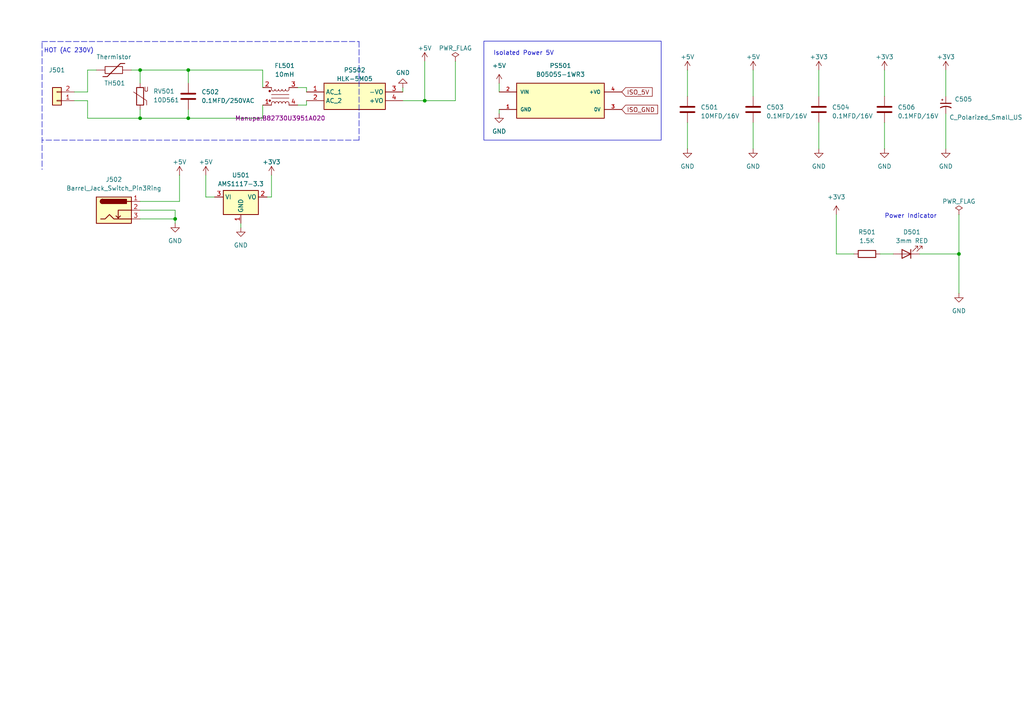
<source format=kicad_sch>
(kicad_sch (version 20231120) (generator "eeschema") (generator_version "8.0")
  (paper "A4")
  (lib_symbols
    (symbol "B0505S-1WR3:B0505S-1WR3" (pin_names (offset 1.016))
      (property "Reference" "PS" (at -12.7 6.35 0))
      (property "Value" "B0505S-1WR3" (at -12.7 -7.62 0))
      (symbol "B0505S-1WR3_0_0"
        (rectangle (start -12.7 -5.08) (end 12.7 5.08) (stroke (width 0.254)) (fill (type background)))
        (pin power_in line (at -17.78 -2.54 0) (length 5.08) (name "GND") (number "1"))
        (pin input line (at -17.78 2.54 0) (length 5.08) (name "VIN") (number "2"))
        (pin passive line (at 17.78 -2.54 180) (length 5.08) (name "0V") (number "3"))
        (pin output line (at 17.78 2.54 180) (length 5.08) (name "+VO") (number "4"))
      )
    )
    (symbol "Connector:Barrel_Jack_Switch_Pin3Ring" (pin_names hide)
      (property "Reference" "J" (at 0 5.334 0))
      (property "Value" "Barrel_Jack_Switch_Pin3Ring" (at 0 -5.08 0))
      (symbol "Barrel_Jack_Switch_Pin3Ring_0_1"
        (rectangle (start -5.08 3.81) (end 5.08 -3.81) (stroke (width 0.254)) (fill (type background)))
        (arc (start -3.302 3.175) (mid -3.9343 2.54) (end -3.302 1.905) (stroke (width 0.254)))
        (arc (start -3.302 3.175) (mid -3.9343 2.54) (end -3.302 1.905) (stroke (width 0.254)) (fill (type outline)))
        (polyline (pts (xy 1.27 -2.286) (xy 1.905 -1.651)) (stroke (width 0.254)))
        (polyline (pts (xy 5.08 2.54) (xy 3.81 2.54)) (stroke (width 0.254)))
        (polyline (pts (xy 5.08 0) (xy 1.27 0) (xy 1.27 -2.286) (xy 0.635 -1.651)) (stroke (width 0.254)))
        (polyline (pts (xy -3.81 -2.54) (xy -2.54 -2.54) (xy -1.27 -1.27) (xy 0 -2.54) (xy 2.54 -2.54) (xy 5.08 -2.54)) (stroke (width 0.254)))
        (rectangle (start 3.683 3.175) (end -3.302 1.905) (stroke (width 0.254)) (fill (type outline)))
      )
      (symbol "Barrel_Jack_Switch_Pin3Ring_1_1"
        (pin passive line (at 7.62 2.54 180) (length 2.54) (name "~") (number "1"))
        (pin passive line (at 7.62 0 180) (length 2.54) (name "~") (number "2"))
        (pin passive line (at 7.62 -2.54 180) (length 2.54) (name "~") (number "3"))
      )
    )
    (symbol "Connector_Generic:Conn_01x02" (pin_names (offset 1.016) hide)
      (property "Reference" "J" (at 0 2.54 0))
      (property "Value" "Conn_01x02" (at 0 -5.08 0))
      (symbol "Conn_01x02_1_1"
        (rectangle (start -1.27 -2.413) (end 0 -2.667) (stroke (width 0.1524)))
        (rectangle (start -1.27 0.127) (end 0 -0.127) (stroke (width 0.1524)))
        (rectangle (start -1.27 1.27) (end 1.27 -3.81) (stroke (width 0.254)) (fill (type background)))
        (pin passive line (at -5.08 0 0) (length 3.81) (name "Pin_1") (number "1"))
        (pin passive line (at -5.08 -2.54 0) (length 3.81) (name "Pin_2") (number "2"))
      )
    )
    (symbol "Device:C" (pin_numbers hide) (pin_names (offset 0.254))
      (property "Reference" "C" (at 0.635 2.54 0))
      (property "Value" "C" (at 0.635 -2.54 0))
      (symbol "C_0_1"
        (polyline (pts (xy -2.032 -0.762) (xy 2.032 -0.762)) (stroke (width 0.508)))
        (polyline (pts (xy -2.032 0.762) (xy 2.032 0.762)) (stroke (width 0.508)))
      )
      (symbol "C_1_1"
        (pin passive line (at 0 3.81 270) (length 2.794) (name "~") (number "1"))
        (pin passive line (at 0 -3.81 90) (length 2.794) (name "~") (number "2"))
      )
    )
    (symbol "Device:C_Polarized_Small_US" (pin_numbers hide) (pin_names (offset 0.254) hide)
      (property "Reference" "C" (at 0.254 1.778 0))
      (property "Value" "C_Polarized_Small_US" (at 0.254 -2.032 0))
      (symbol "C_Polarized_Small_US_0_1"
        (polyline (pts (xy -1.524 0.508) (xy 1.524 0.508)) (stroke (width 0.3048)))
        (polyline (pts (xy -1.27 1.524) (xy -0.762 1.524)))
        (polyline (pts (xy -1.016 1.27) (xy -1.016 1.778)))
        (arc (start 1.524 -0.762) (mid 0 -0.3734) (end -1.524 -0.762) (stroke (width 0.3048)))
      )
      (symbol "C_Polarized_Small_US_1_1"
        (pin passive line (at 0 2.54 270) (length 2.032) (name "~") (number "1"))
        (pin passive line (at 0 -2.54 90) (length 2.032) (name "~") (number "2"))
      )
    )
    (symbol "Device:Filter_EMI_LL_1423" (pin_names hide)
      (property "Reference" "FL" (at 0 4.445 0))
      (property "Value" "Filter_EMI_LL_1423" (at 0 -4.445 0))
      (symbol "Filter_EMI_LL_1423_0_1"
        (circle (center -3.048 -1.27) (radius 0.254) (fill (type outline)))
        (circle (center -3.048 1.524) (radius 0.254) (fill (type outline)))
        (arc (start -2.54 2.032) (mid -2.032 1.5262) (end -1.524 2.032))
        (arc (start -1.524 -2.032) (mid -2.032 -1.5262) (end -2.54 -2.032))
        (arc (start -1.524 2.032) (mid -1.016 1.5262) (end -0.508 2.032))
        (arc (start -0.508 -2.032) (mid -1.016 -1.5262) (end -1.524 -2.032))
        (arc (start -0.508 2.032) (mid 0 1.5262) (end 0.508 2.032))
        (polyline (pts (xy -2.54 -2.032) (xy -2.54 -2.54)))
        (polyline (pts (xy -2.54 0.508) (xy 2.54 0.508)))
        (polyline (pts (xy -2.54 2.032) (xy -2.54 2.54)))
        (polyline (pts (xy 2.54 -2.032) (xy 2.54 -2.54)))
        (polyline (pts (xy 2.54 -0.508) (xy -2.54 -0.508)))
        (polyline (pts (xy 2.54 2.54) (xy 2.54 2.032)))
        (arc (start 0.508 -2.032) (mid 0 -1.5262) (end -0.508 -2.032))
        (arc (start 0.508 2.032) (mid 1.016 1.5262) (end 1.524 2.032))
        (arc (start 1.524 -2.032) (mid 1.016 -1.5262) (end 0.508 -2.032))
        (arc (start 1.524 2.032) (mid 2.032 1.5262) (end 2.54 2.032))
        (arc (start 2.54 -2.032) (mid 2.032 -1.5262) (end 1.524 -2.032))
      )
      (symbol "Filter_EMI_LL_1423_1_1"
        (pin passive line (at -5.08 -2.54 0) (length 2.54) (name "1") (number "1"))
        (pin passive line (at -5.08 2.54 0) (length 2.54) (name "2") (number "2"))
        (pin passive line (at 5.08 2.54 180) (length 2.54) (name "3") (number "3"))
        (pin passive line (at 5.08 -2.54 180) (length 2.54) (name "4") (number "4"))
      )
    )
    (symbol "Device:LED" (pin_numbers hide) (pin_names (offset 1.016) hide)
      (property "Reference" "D" (at 0 2.54 0))
      (property "Value" "LED" (at 0 -2.54 0))
      (symbol "LED_0_1"
        (polyline (pts (xy -1.27 -1.27) (xy -1.27 1.27)) (stroke (width 0.254)))
        (polyline (pts (xy -1.27 0) (xy 1.27 0)))
        (polyline (pts (xy 1.27 -1.27) (xy 1.27 1.27) (xy -1.27 0) (xy 1.27 -1.27)) (stroke (width 0.254)))
        (polyline (pts (xy -3.048 -0.762) (xy -4.572 -2.286) (xy -3.81 -2.286) (xy -4.572 -2.286) (xy -4.572 -1.524)))
        (polyline (pts (xy -1.778 -0.762) (xy -3.302 -2.286) (xy -2.54 -2.286) (xy -3.302 -2.286) (xy -3.302 -1.524)))
      )
      (symbol "LED_1_1"
        (pin passive line (at -3.81 0 0) (length 2.54) (name "K") (number "1"))
        (pin passive line (at 3.81 0 180) (length 2.54) (name "A") (number "2"))
      )
    )
    (symbol "Device:R" (pin_numbers hide) (pin_names (offset 0))
      (property "Reference" "R" (at 2.032 0 90))
      (property "Value" "R" (at 0 0 90))
      (symbol "R_0_1"
        (rectangle (start -1.016 -2.54) (end 1.016 2.54) (stroke (width 0.254)))
      )
      (symbol "R_1_1"
        (pin passive line (at 0 3.81 270) (length 1.27) (name "~") (number "1"))
        (pin passive line (at 0 -3.81 90) (length 1.27) (name "~") (number "2"))
      )
    )
    (symbol "Device:Thermistor" (pin_numbers hide) (pin_names (offset 0))
      (property "Reference" "TH" (at 2.54 1.27 90))
      (property "Value" "Thermistor" (at -2.54 0 90))
      (symbol "Thermistor_0_1"
        (rectangle (start -1.016 2.54) (end 1.016 -2.54) (stroke (width 0.2032)))
        (polyline (pts (xy -1.905 3.175) (xy -1.905 1.905) (xy 1.905 -1.905) (xy 1.905 -3.175) (xy 1.905 -3.175)) (stroke (width 0.254)))
      )
      (symbol "Thermistor_1_1"
        (pin passive line (at 0 5.08 270) (length 2.54) (name "~") (number "1"))
        (pin passive line (at 0 -5.08 90) (length 2.54) (name "~") (number "2"))
      )
    )
    (symbol "Device:Varistor" (pin_numbers hide) (pin_names (offset 0))
      (property "Reference" "RV" (at 3.175 0 90))
      (property "Value" "Varistor" (at -3.175 0 90))
      (symbol "Varistor_0_0"
        (text "U" (at -1.778 -2.032 0) (effects (font (size 1.27 1.27))))
      )
      (symbol "Varistor_0_1"
        (rectangle (start -1.016 -2.54) (end 1.016 2.54) (stroke (width 0.254)))
        (polyline (pts (xy -1.905 2.54) (xy -1.905 1.27) (xy 1.905 -1.27)))
      )
      (symbol "Varistor_1_1"
        (pin passive line (at 0 3.81 270) (length 1.27) (name "~") (number "1"))
        (pin passive line (at 0 -3.81 90) (length 1.27) (name "~") (number "2"))
      )
    )
    (symbol "Regulator_Linear:AMS1117-3.3"
      (property "Reference" "U" (at -3.81 3.175 0))
      (property "Value" "AMS1117-3.3" (at 0 3.175 0))
      (symbol "AMS1117-3.3_0_1"
        (rectangle (start -5.08 -5.08) (end 5.08 1.905) (stroke (width 0.254)) (fill (type background)))
      )
      (symbol "AMS1117-3.3_1_1"
        (pin power_in line (at 0 -7.62 90) (length 2.54) (name "GND") (number "1"))
        (pin power_out line (at 7.62 0 180) (length 2.54) (name "VO") (number "2"))
        (pin power_in line (at -7.62 0 0) (length 2.54) (name "VI") (number "3"))
      )
    )
    (symbol "SamacSys_Parts:HLK-5M05"
      (property "Reference" "PS" (at 24.13 7.62 0))
      (property "Value" "HLK-5M05" (at 24.13 5.08 0))
      (symbol "HLK-5M05_1_1"
        (rectangle (start 5.08 2.54) (end 22.86 -5.08) (stroke (width 0.254)) (fill (type background)))
        (pin passive line (at 0 0 0) (length 5.08) (name "AC_1") (number "1"))
        (pin passive line (at 0 -2.54 0) (length 5.08) (name "AC_2") (number "2"))
        (pin passive line (at 27.94 0 180) (length 5.08) (name "-VO") (number "3"))
        (pin passive line (at 27.94 -2.54 180) (length 5.08) (name "+VO") (number "4"))
      )
    )
    (symbol "power:+3V3" (power) (pin_names (offset 0))
      (property "Value" "+3V3" (at 0 3.556 0))
      (symbol "+3V3_0_1"
        (polyline (pts (xy -0.762 1.27) (xy 0 2.54)))
        (polyline (pts (xy 0 0) (xy 0 2.54)))
        (polyline (pts (xy 0 2.54) (xy 0.762 1.27)))
      )
      (symbol "+3V3_1_1"
        (pin power_in line (at 0 0 90) (length 0) hide (name "+3V3") (number "1"))
      )
    )
    (symbol "power:+5V" (power) (pin_numbers hide) (pin_names (offset 0) hide)
      (property "Value" "+5V" (at 0 3.556 0))
      (symbol "+5V_0_1"
        (polyline (pts (xy -0.762 1.27) (xy 0 2.54)))
        (polyline (pts (xy 0 0) (xy 0 2.54)))
        (polyline (pts (xy 0 2.54) (xy 0.762 1.27)))
      )
      (symbol "+5V_1_1"
        (pin power_in line (at 0 0 90) (length 0) (name "~") (number "1"))
      )
    )
    (symbol "power:GND" (power) (pin_numbers hide) (pin_names (offset 0) hide)
      (property "Value" "GND" (at 0 -3.81 0))
      (symbol "GND_0_1"
        (polyline (pts (xy 0 0) (xy 0 -1.27) (xy 1.27 -1.27) (xy 0 -2.54) (xy -1.27 -1.27) (xy 0 -1.27)))
      )
      (symbol "GND_1_1"
        (pin power_in line (at 0 0 270) (length 0) (name "~") (number "1"))
      )
    )
    (symbol "power:PWR_FLAG" (power) (pin_numbers hide) (pin_names (offset 0) hide)
      (property "Value" "PWR_FLAG" (at 0 3.81 0))
      (symbol "PWR_FLAG_0_0"
        (pin power_out line (at 0 0 90) (length 0) (name "pwr") (number "1"))
      )
      (symbol "PWR_FLAG_0_1"
        (polyline (pts (xy 0 0) (xy 0 1.27) (xy -1.016 1.905) (xy 0 2.54) (xy 1.016 1.905) (xy 0 1.27)))
      )
    )
  )
  (junction (at 50.8 63.5))
  (junction (at 123.19 29.21))
  (junction (at 54.61 20.32))
  (junction (at 40.64 34.29))
  (junction (at 54.61 34.29))
  (junction (at 278.13 73.66))
  (junction (at 40.64 20.32))
  (wire (pts (xy 54.61 34.29) (xy 76.2 34.29)))
  (wire (pts (xy 256.54 20.32) (xy 256.54 27.94)))
  (wire (pts (xy 116.84 29.21) (xy 123.19 29.21)))
  (polyline (pts (xy 104.14 12.0444) (xy 104.14 40.64)) (stroke (width 0) (type dash)))
  (wire (pts (xy 266.7 73.66) (xy 278.13 73.66)))
  (wire (pts (xy 54.61 34.29) (xy 54.61 31.75)))
  (polyline (pts (xy 12.1319 12.0444) (xy 104.14 12.0444)) (stroke (width 0) (type dash)))
  (wire (pts (xy 86.36 25.4) (xy 88.9 25.4)))
  (wire (pts (xy 59.69 50.8) (xy 59.69 57.15)))
  (wire (pts (xy 255.27 73.66) (xy 259.08 73.66)))
  (wire (pts (xy 40.64 60.96) (xy 50.8 60.96)))
  (polyline (pts (xy 104.14 40.64) (xy 12.2007 40.64)) (stroke (width 0) (type dash)))
  (wire (pts (xy 25.4 20.32) (xy 27.94 20.32)))
  (wire (pts (xy 218.44 20.32) (xy 218.44 27.94)))
  (wire (pts (xy 40.64 24.13) (xy 40.64 20.32)))
  (wire (pts (xy 52.07 50.8) (xy 52.07 58.42)))
  (wire (pts (xy 144.78 24.13) (xy 144.78 26.67)))
  (wire (pts (xy 21.59 29.21) (xy 25.4 29.21)))
  (wire (pts (xy 25.4 26.67) (xy 25.4 20.32)))
  (wire (pts (xy 40.64 34.29) (xy 40.64 31.75)))
  (wire (pts (xy 78.74 50.8) (xy 78.74 57.15)))
  (wire (pts (xy 50.8 60.96) (xy 50.8 63.5)))
  (wire (pts (xy 76.2 34.29) (xy 76.2 30.48)))
  (wire (pts (xy 237.49 35.56) (xy 237.49 43.18)))
  (wire (pts (xy 199.39 35.56) (xy 199.39 43.18)))
  (wire (pts (xy 132.08 17.78) (xy 132.08 29.21)))
  (wire (pts (xy 278.13 73.66) (xy 278.13 85.09)))
  (wire (pts (xy 116.84 26.67) (xy 116.84 25.4)))
  (wire (pts (xy 69.85 64.77) (xy 69.85 66.04)))
  (wire (pts (xy 38.1 20.32) (xy 40.64 20.32)))
  (wire (pts (xy 76.2 25.4) (xy 76.2 20.32)))
  (wire (pts (xy 52.07 58.42) (xy 40.64 58.42)))
  (wire (pts (xy 78.74 57.15) (xy 77.47 57.15)))
  (wire (pts (xy 40.64 34.29) (xy 54.61 34.29)))
  (wire (pts (xy 242.57 62.23) (xy 242.57 73.66)))
  (polyline (pts (xy 12.2007 12.3509) (xy 12.2007 49.1809)) (stroke (width 0) (type dash)))
  (wire (pts (xy 274.32 20.32) (xy 274.32 27.94)))
  (wire (pts (xy 25.4 34.29) (xy 40.64 34.29)))
  (wire (pts (xy 123.19 17.78) (xy 123.19 29.21)))
  (wire (pts (xy 54.61 20.32) (xy 76.2 20.32)))
  (wire (pts (xy 274.32 33.02) (xy 274.32 43.18)))
  (wire (pts (xy 144.78 31.75) (xy 144.78 33.02)))
  (wire (pts (xy 50.8 63.5) (xy 50.8 64.77)))
  (wire (pts (xy 40.64 20.32) (xy 54.61 20.32)))
  (wire (pts (xy 199.39 20.32) (xy 199.39 27.94)))
  (wire (pts (xy 237.49 20.32) (xy 237.49 27.94)))
  (wire (pts (xy 21.59 26.67) (xy 25.4 26.67)))
  (wire (pts (xy 88.9 30.48) (xy 88.9 29.21)))
  (wire (pts (xy 278.13 62.23) (xy 278.13 73.66)))
  (wire (pts (xy 25.4 29.21) (xy 25.4 34.29)))
  (wire (pts (xy 218.44 35.56) (xy 218.44 43.18)))
  (wire (pts (xy 54.61 24.13) (xy 54.61 20.32)))
  (wire (pts (xy 62.23 57.15) (xy 59.69 57.15)))
  (wire (pts (xy 86.36 30.48) (xy 88.9 30.48)))
  (wire (pts (xy 123.19 29.21) (xy 132.08 29.21)))
  (wire (pts (xy 256.54 35.56) (xy 256.54 43.18)))
  (wire (pts (xy 40.64 63.5) (xy 50.8 63.5)))
  (wire (pts (xy 88.9 25.4) (xy 88.9 26.67)))
  (wire (pts (xy 247.65 73.66) (xy 242.57 73.66)))
  (rectangle (start 140.3427 11.9303) (end 191.77 40.64))
  (text "Isolated Power 5V\n" (at 151.892 15.494 0) (effects (font (size 1.27 1.27))))
  (text "Power Indicator" (at 256.54 63.5 0) (effects (font (size 1.27 1.27)) (justify left bottom)))
  (text "HOT (AC 230V)" (at 12.7 15.494 0) (effects (font (size 1.27 1.27)) (justify left bottom)))
  (global_label "ISO_5V" (shape input) (at 180.34 26.67 0) (property "Intersheetrefs" "${INTERSHEET_REFS}" (effects (hide yes))))
  (global_label "ISO_GND" (shape input) (at 180.34 31.75 0) (property "Intersheetrefs" "${INTERSHEET_REFS}" (effects (hide yes))))
  (symbol (lib_id "power:+5V") (at 59.69 50.8 0) (unit 1)
    (property "Reference" "#PWR0503" (effects (hide yes)))
    (property "Value" "+5V" (at 59.69 46.99 0))
  )
  (symbol (lib_id "Device:C") (at 237.49 31.75 0) (unit 1)
    (property "Reference" "C504" (at 241.3 31.115 0) (effects (justify left)))
    (property "Value" "0.1MFD/16V" (at 241.3 33.655 0) (effects (justify left)))
    (property "Footprint" "Capacitor_SMD:C_0805_2012Metric_Pad1.18x1.45mm_HandSolder" (effects (hide yes)))
  )
  (symbol (lib_id "SamacSys_Parts:HLK-5M05") (at 88.9 26.67 0) (unit 1)
    (property "Reference" "PS502" (at 102.87 20.32 0))
    (property "Value" "HLK-5M05" (at 102.87 22.86 0))
    (property "Footprint" "Converter_ACDC:Converter_ACDC_Hi-Link_HLK-5Mxx" (effects (hide yes)))
    (property "Datasheet" "http://www.hlktech.net/product_detail.php?ProId=60" (effects (hide yes)))
    (property "Height" "18" (effects (hide yes)))
    (property "Manufacturer_Name" "Hi-Link" (effects (hide yes)))
    (property "Manufacturer_Part_Number" "HLK-5M05" (effects (hide yes)))
  )
  (symbol (lib_id "Device:R") (at 251.46 73.66 90) (unit 1)
    (property "Reference" "R501" (at 251.46 67.31 90))
    (property "Value" "1.5K" (at 251.46 69.85 90))
    (property "Footprint" "Resistor_SMD:R_0402_1005Metric_Pad0.72x0.64mm_HandSolder" (effects (hide yes)))
  )
  (symbol (lib_id "power:GND") (at 144.78 33.02 0) (unit 1)
    (property "Reference" "#PWR0502" (effects (hide yes)))
    (property "Value" "GND" (at 144.78 38.1 0))
    (property "Description" "Power symbol creates a global label with name \"GND\" , ground" (effects (hide yes)))
  )
  (symbol (lib_id "power:GND") (at 256.54 43.18 0) (unit 1)
    (property "Reference" "#PWR0521" (effects (hide yes)))
    (property "Value" "GND" (at 256.54 48.26 0))
  )
  (symbol (lib_id "Device:C") (at 256.54 31.75 0) (unit 1)
    (property "Reference" "C506" (at 260.35 31.115 0) (effects (justify left)))
    (property "Value" "0.1MFD/16V" (at 260.35 33.655 0) (effects (justify left)))
    (property "Footprint" "Capacitor_SMD:C_0805_2012Metric_Pad1.18x1.45mm_HandSolder" (effects (hide yes)))
  )
  (symbol (lib_id "Device:C") (at 218.44 31.75 0) (unit 1)
    (property "Reference" "C503" (at 222.25 31.115 0) (effects (justify left)))
    (property "Value" "0.1MFD/16V" (at 222.25 33.655 0) (effects (justify left)))
    (property "Footprint" "Capacitor_SMD:C_0603_1608Metric_Pad1.08x0.95mm_HandSolder" (effects (hide yes)))
  )
  (symbol (lib_id "power:GND") (at 116.84 25.4 180) (unit 1)
    (property "Reference" "#PWR0507" (effects (hide yes)))
    (property "Value" "GND" (at 114.808 21.082 0) (effects (justify right)))
  )
  (symbol (lib_id "power:GND") (at 237.49 43.18 0) (unit 1)
    (property "Reference" "#PWR0515" (effects (hide yes)))
    (property "Value" "GND" (at 237.49 48.26 0))
  )
  (symbol (lib_id "power:+3V3") (at 256.54 20.32 0) (unit 1)
    (property "Reference" "#PWR0520" (effects (hide yes)))
    (property "Value" "+3V3" (at 256.54 16.51 0))
  )
  (symbol (lib_id "Device:Filter_EMI_LL_1423") (at 81.28 27.94 0) (unit 1)
    (property "Reference" "FL501" (at 82.55 19.05 0))
    (property "Value" "10mH" (at 82.55 21.59 0))
    (property "Footprint" "Manupa:B82730U3951A020" (at 81.28 34.29 0))
  )
  (symbol (lib_id "Device:LED") (at 262.89 73.66 180) (unit 1)
    (property "Reference" "D501" (at 264.4775 67.31 0))
    (property "Value" "3mm RED" (at 264.4775 69.85 0))
    (property "Footprint" "LED_THT:LED_D3.0mm" (effects (hide yes)))
  )
  (symbol (lib_id "power:GND") (at 218.44 43.18 0) (unit 1)
    (property "Reference" "#PWR0513" (effects (hide yes)))
    (property "Value" "GND" (at 218.44 48.26 0))
  )
  (symbol (lib_id "Regulator_Linear:AMS1117-3.3") (at 69.85 57.15 0) (unit 1)
    (property "Reference" "U501" (at 69.85 50.8 0))
    (property "Value" "AMS1117-3.3" (at 69.85 53.34 0))
    (property "Footprint" "Package_TO_SOT_SMD:SOT-223-3_TabPin2" (effects (hide yes)))
    (property "Datasheet" "http://www.advanced-monolithic.com/pdf/ds1117.pdf" (effects (hide yes)))
  )
  (symbol (lib_id "Device:Thermistor") (at 33.02 20.32 90) (unit 1)
    (property "Reference" "TH501" (at 33.274 24.13 90))
    (property "Value" "Thermistor" (at 33.02 16.51 90))
    (property "Footprint" "footprints:B57236S0250M000" (effects (hide yes)))
  )
  (symbol (lib_id "power:GND") (at 69.85 66.04 0) (unit 1)
    (property "Reference" "#PWR0504" (effects (hide yes)))
    (property "Value" "GND" (at 69.85 71.12 0))
  )
  (symbol (lib_id "power:+3V3") (at 274.32 20.32 0) (unit 1)
    (property "Reference" "#PWR0518" (effects (hide yes)))
    (property "Value" "+3V3" (at 274.32 16.51 0))
  )
  (symbol (lib_id "power:+3V3") (at 242.57 62.23 0) (unit 1)
    (property "Reference" "#PWR0516" (effects (hide yes)))
    (property "Value" "+3V3" (at 242.57 57.15 0))
  )
  (symbol (lib_id "B0505S-1WR3:B0505S-1WR3") (at 162.56 29.21 0) (unit 1)
    (property "Reference" "PS501" (at 162.56 19.05 0))
    (property "Value" "B0505S-1WR3" (at 162.56 21.59 0))
    (property "Footprint" "B0505S-1WR3:CONV_B0505S-1WR3" (effects (hide yes)))
    (property "MF" "MORNSUN" (effects (hide yes)))
    (property "MAXIMUM_PACKAGE_HEIGHT" "10.41 mm" (effects (hide yes)))
    (property "Package" "SIP-4-4 MORNSUN" (effects (hide yes)))
    (property "Price" "None" (effects (hide yes)))
    (property "Check_prices" "https://www.snapeda.com/parts/B0505S-1WR3/MORNSUN/view-part/?ref=eda" (effects (hide yes)))
    (property "STANDARD" "Manufacturer Recommendations" (effects (hide yes)))
    (property "PARTREV" "2018.06.29-A/2" (effects (hide yes)))
    (property "SnapEDA_Link" "https://www.snapeda.com/parts/B0505S-1WR3/MORNSUN/view-part/?ref=snap" (effects (hide yes)))
    (property "MP" "B0505S-1WR3" (effects (hide yes)))
    (property "Description_1" "\nIsolated Module DC DC Converter 1 Output 5V - - - 200mA 4.5V - 5.5V Input\n" (effects (hide yes)))
    (property "Availability" "In Stock" (effects (hide yes)))
    (property "MANUFACTURER" "Mornsun" (effects (hide yes)))
  )
  (symbol (lib_id "power:GND") (at 50.8 64.77 0) (unit 1)
    (property "Reference" "#PWR0509" (effects (hide yes)))
    (property "Value" "GND" (at 50.8 69.85 0))
  )
  (symbol (lib_id "Device:Varistor") (at 40.64 27.94 180) (unit 1)
    (property "Reference" "RV501" (at 44.45 26.4767 0) (effects (justify right)))
    (property "Value" "10D561" (at 44.45 29.0167 0) (effects (justify right)))
    (property "Footprint" "Varistor:RV_Disc_D12mm_W5.1mm_P7.5mm" (effects (hide yes)))
    (property "Sim.Name" "kicad_builtin_varistor" (effects (hide yes)))
    (property "Sim.Device" "SUBCKT" (effects (hide yes)))
    (property "Sim.Pins" "1=A 2=B" (effects (hide yes)))
    (property "Sim.Params" "threshold=1k" (effects (hide yes)))
    (property "Sim.Library" "${KICAD7_SYMBOL_DIR}/Simulation_SPICE.sp" (effects (hide yes)))
  )
  (symbol (lib_id "Device:C") (at 199.39 31.75 0) (unit 1)
    (property "Reference" "C501" (at 203.2 31.115 0) (effects (justify left)))
    (property "Value" "10MFD/16V" (at 203.2 33.655 0) (effects (justify left)))
    (property "Footprint" "Capacitor_SMD:C_0805_2012Metric_Pad1.18x1.45mm_HandSolder" (effects (hide yes)))
  )
  (symbol (lib_id "Device:C_Polarized_Small_US") (at 274.32 30.48 0) (unit 1)
    (property "Reference" "C505" (at 276.86 28.7781 0) (effects (justify left)))
    (property "Value" "C_Polarized_Small_US" (at 275.336 34.036 0) (effects (justify left)))
    (property "Footprint" "Capacitor_THT:CP_Radial_D6.3mm_P2.50mm" (effects (hide yes)))
    (property "Description" "Polarized capacitor, small US symbol" (effects (hide yes)))
  )
  (symbol (lib_id "power:+5V") (at 123.19 17.78 0) (unit 1)
    (property "Reference" "#PWR0508" (effects (hide yes)))
    (property "Value" "+5V" (at 123.19 13.97 0))
  )
  (symbol (lib_id "power:+5V") (at 144.78 24.13 0) (unit 1)
    (property "Reference" "#PWR0501" (effects (hide yes)))
    (property "Value" "+5V" (at 144.78 19.05 0))
    (property "Description" "Power symbol creates a global label with name \"+5V\"" (effects (hide yes)))
  )
  (symbol (lib_id "Connector:Barrel_Jack_Switch_Pin3Ring") (at 33.02 60.96 0) (unit 1)
    (property "Reference" "J502" (at 33.02 52.07 0))
    (property "Value" "Barrel_Jack_Switch_Pin3Ring" (at 33.02 54.61 0))
    (property "Footprint" "Connector_BarrelJack:BarrelJack_Horizontal" (effects (hide yes)))
    (property "Description" "DC Barrel Jack with an internal switch" (effects (hide yes)))
  )
  (symbol (lib_id "power:PWR_FLAG") (at 132.08 17.78 0) (mirror y) (unit 1)
    (property "Reference" "#FLG0501" (effects (hide yes)))
    (property "Value" "PWR_FLAG" (at 132.08 13.97 0))
  )
  (symbol (lib_id "power:+5V") (at 52.07 50.8 0) (unit 1)
    (property "Reference" "#PWR0510" (effects (hide yes)))
    (property "Value" "+5V" (at 52.07 46.99 0))
  )
  (symbol (lib_id "power:+3V3") (at 78.74 50.8 0) (unit 1)
    (property "Reference" "#PWR0505" (effects (hide yes)))
    (property "Value" "+3V3" (at 78.74 46.99 0))
  )
  (symbol (lib_id "power:+5V") (at 199.39 20.32 0) (unit 1)
    (property "Reference" "#PWR0506" (effects (hide yes)))
    (property "Value" "+5V" (at 199.39 16.51 0))
  )
  (symbol (lib_id "power:PWR_FLAG") (at 278.13 62.23 0) (mirror y) (unit 1)
    (property "Reference" "#FLG0502" (effects (hide yes)))
    (property "Value" "PWR_FLAG" (at 278.13 58.42 0))
  )
  (symbol (lib_id "power:GND") (at 274.32 43.18 0) (unit 1)
    (property "Reference" "#PWR0519" (effects (hide yes)))
    (property "Value" "GND" (at 274.32 48.26 0))
  )
  (symbol (lib_id "power:GND") (at 278.13 85.09 0) (unit 1)
    (property "Reference" "#PWR0517" (effects (hide yes)))
    (property "Value" "GND" (at 278.13 90.17 0))
  )
  (symbol (lib_id "power:+5V") (at 218.44 20.32 0) (unit 1)
    (property "Reference" "#PWR0512" (effects (hide yes)))
    (property "Value" "+5V" (at 218.44 16.51 0))
  )
  (symbol (lib_id "Device:C") (at 54.61 27.94 0) (unit 1)
    (property "Reference" "C502" (at 58.42 26.67 0) (effects (justify left)))
    (property "Value" "0.1MFD/250VAC" (at 58.42 29.21 0) (effects (justify left)))
    (property "Footprint" "Capacitor_THT:C_Rect_L11.5mm_W5.0mm_P10.00mm_MKT" (effects (hide yes)))
  )
  (symbol (lib_id "power:GND") (at 199.39 43.18 0) (unit 1)
    (property "Reference" "#PWR0511" (effects (hide yes)))
    (property "Value" "GND" (at 199.39 48.26 0))
  )
  (symbol (lib_id "Connector_Generic:Conn_01x02") (at 16.51 29.21 180) (unit 1)
    (property "Reference" "J501" (at 16.51 20.32 0))
    (property "Value" "7.62mm 2-Pin Screw Terminal" (effects (hide yes)))
    (property "Footprint" "footprints:P=7.62mm Barrier Terminal Blocks azend" (effects (hide yes)))
  )
  (symbol (lib_id "power:+3V3") (at 237.49 20.32 0) (unit 1)
    (property "Reference" "#PWR0514" (effects (hide yes)))
    (property "Value" "+3V3" (at 237.49 16.51 0))
  )
)
</source>
